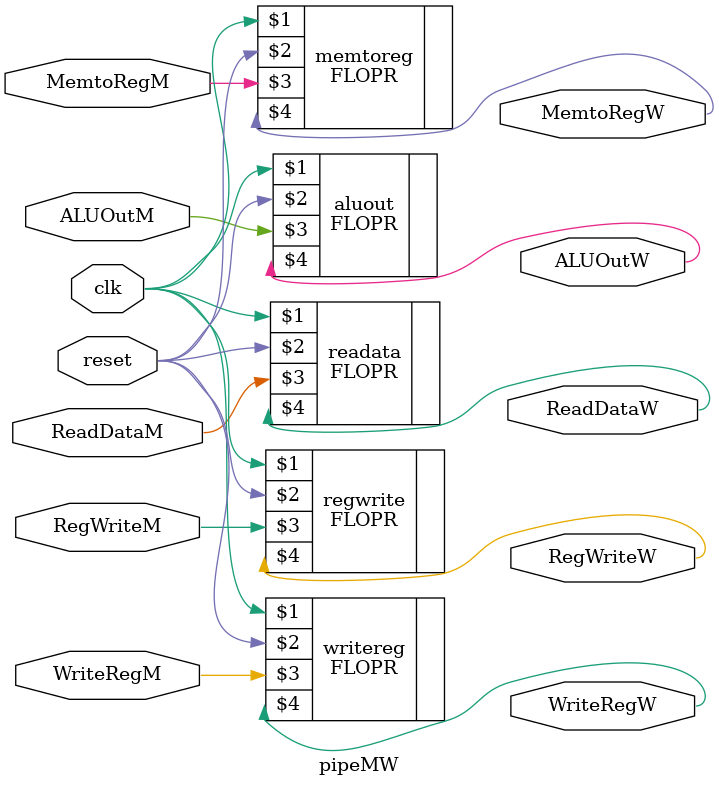
<source format=v>
`timescale 1ns / 1ps

module pipeMW
(
    input clk,
    input reset,
    input RegWriteM,
    input MemtoRegM,
    input WriteRegM,
    input ALUOutM,
    input ReadDataM,
    output RegWriteW,
    output MemtoRegW,
    output WriteRegW,
    output ALUOutW,
    output ReadDataW
);

    FLOPR#(1) regwrite(clk, reset, RegWriteM, RegWriteW);
    FLOPR#(1) memtoreg(clk, reset, MemtoRegM, MemtoRegW);
    FLOPR#(5) writereg(clk, reset, WriteRegM, WriteRegW);
    FLOPR#(32) aluout(clk, reset, ALUOutM, ALUOutW);
    FLOPR#(32) readata(clk, reset, ReadDataM, ReadDataW);
endmodule

</source>
